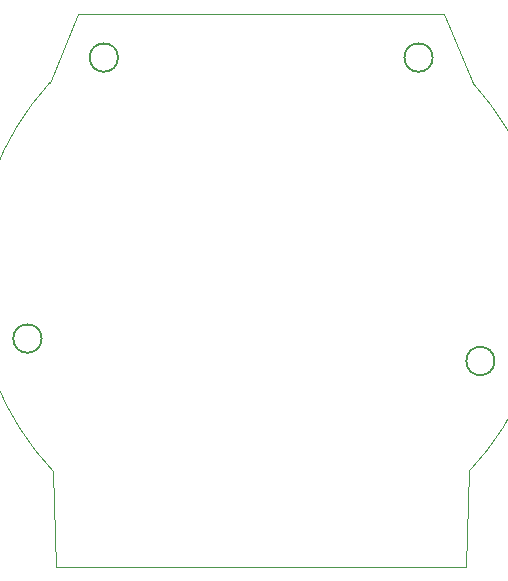
<source format=gbr>
%TF.GenerationSoftware,KiCad,Pcbnew,6.0.7-1.fc35*%
%TF.CreationDate,2022-12-16T23:43:30+01:00*%
%TF.ProjectId,cover,636f7665-722e-46b6-9963-61645f706362,rev?*%
%TF.SameCoordinates,Original*%
%TF.FileFunction,Profile,NP*%
%FSLAX46Y46*%
G04 Gerber Fmt 4.6, Leading zero omitted, Abs format (unit mm)*
G04 Created by KiCad (PCBNEW 6.0.7-1.fc35) date 2022-12-16 23:43:30*
%MOMM*%
%LPD*%
G01*
G04 APERTURE LIST*
%TA.AperFunction,Profile*%
%ADD10C,0.200000*%
%TD*%
%TA.AperFunction,Profile*%
%ADD11C,0.050000*%
%TD*%
G04 APERTURE END LIST*
D10*
X181410000Y-105370000D02*
G75*
G03*
X181410000Y-105370000I-1200000J0D01*
G01*
D11*
X182399373Y-116614818D02*
X182620000Y-124700000D01*
D10*
X187880000Y-81580000D02*
G75*
G03*
X187880000Y-81580000I-1200000J0D01*
G01*
D11*
X182094102Y-83714636D02*
X184490000Y-77910000D01*
D10*
X219760000Y-107270000D02*
G75*
G03*
X219760000Y-107270000I-1200000J0D01*
G01*
D11*
X182094102Y-83714636D02*
G75*
G03*
X182399373Y-116614818I17905898J-16285364D01*
G01*
X200000000Y-124700000D02*
X217380000Y-124700000D01*
X182620000Y-124700000D02*
X200000000Y-124700000D01*
X217600627Y-116614818D02*
G75*
G03*
X217905898Y-83714636I-17600627J16614818D01*
G01*
X184490000Y-77910000D02*
X200000000Y-77910000D01*
X215510000Y-77910000D02*
X217905898Y-83714636D01*
D10*
X214520000Y-81580000D02*
G75*
G03*
X214520000Y-81580000I-1200000J0D01*
G01*
D11*
X217380000Y-124700000D02*
X217600627Y-116614818D01*
X200000000Y-77910000D02*
X215510000Y-77910000D01*
M02*

</source>
